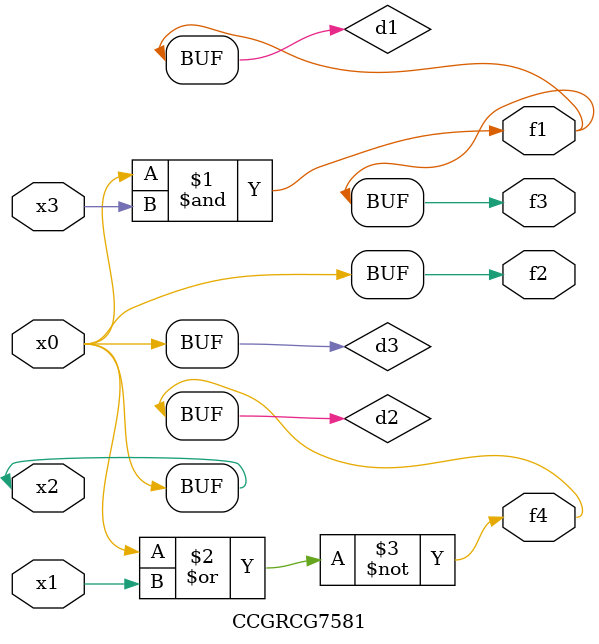
<source format=v>
module CCGRCG7581(
	input x0, x1, x2, x3,
	output f1, f2, f3, f4
);

	wire d1, d2, d3;

	and (d1, x2, x3);
	nor (d2, x0, x1);
	buf (d3, x0, x2);
	assign f1 = d1;
	assign f2 = d3;
	assign f3 = d1;
	assign f4 = d2;
endmodule

</source>
